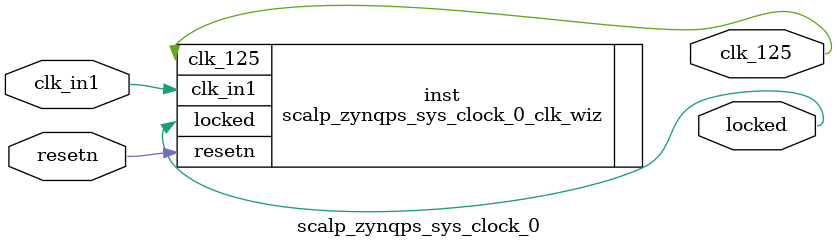
<source format=v>


`timescale 1ps/1ps

(* CORE_GENERATION_INFO = "scalp_zynqps_sys_clock_0,clk_wiz_v6_0_13_0_0,{component_name=scalp_zynqps_sys_clock_0,use_phase_alignment=true,use_min_o_jitter=false,use_max_i_jitter=false,use_dyn_phase_shift=false,use_inclk_switchover=false,use_dyn_reconfig=false,enable_axi=0,feedback_source=FDBK_AUTO,PRIMITIVE=MMCM,num_out_clk=1,clkin1_period=8.000,clkin2_period=10.000,use_power_down=false,use_reset=true,use_locked=true,use_inclk_stopped=false,feedback_type=SINGLE,CLOCK_MGR_TYPE=NA,manual_override=false}" *)

module scalp_zynqps_sys_clock_0 
 (
  // Clock out ports
  output        clk_125,
  // Status and control signals
  input         resetn,
  output        locked,
 // Clock in ports
  input         clk_in1
 );

  scalp_zynqps_sys_clock_0_clk_wiz inst
  (
  // Clock out ports  
  .clk_125(clk_125),
  // Status and control signals               
  .resetn(resetn), 
  .locked(locked),
 // Clock in ports
  .clk_in1(clk_in1)
  );

endmodule

</source>
